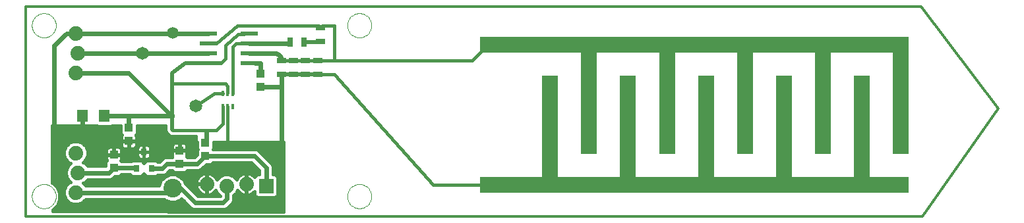
<source format=gtl>
G75*
%MOIN*%
%OFA0B0*%
%FSLAX24Y24*%
%IPPOS*%
%LPD*%
%AMOC8*
5,1,8,0,0,1.08239X$1,22.5*
%
%ADD10C,0.0120*%
%ADD11C,0.0000*%
%ADD12R,2.1654X0.0787*%
%ADD13R,0.0787X0.5118*%
%ADD14R,0.0870X0.0240*%
%ADD15R,0.0315X0.0354*%
%ADD16R,0.0394X0.0433*%
%ADD17R,0.0551X0.0630*%
%ADD18C,0.0594*%
%ADD19C,0.0945*%
%ADD20C,0.0740*%
%ADD21R,0.0157X0.0276*%
%ADD22R,0.0315X0.0472*%
%ADD23R,0.0472X0.0315*%
%ADD24R,0.0740X0.0740*%
%ADD25C,0.0160*%
%ADD26C,0.0240*%
%ADD27C,0.0197*%
%ADD28C,0.0157*%
%ADD29C,0.0236*%
%ADD30C,0.0650*%
D10*
X000168Y000200D02*
X015869Y000184D01*
X045451Y000180D01*
X045487Y000187D02*
X049332Y005642D01*
X045421Y010802D01*
X045417Y010819D02*
X000191Y010822D01*
X000171Y010817D02*
X000160Y000212D01*
D11*
X000479Y001204D02*
X000481Y001253D01*
X000487Y001302D01*
X000497Y001350D01*
X000510Y001397D01*
X000528Y001443D01*
X000549Y001487D01*
X000573Y001530D01*
X000601Y001570D01*
X000632Y001609D01*
X000666Y001644D01*
X000703Y001677D01*
X000742Y001706D01*
X000784Y001732D01*
X000827Y001755D01*
X000873Y001774D01*
X000919Y001790D01*
X000967Y001802D01*
X001015Y001810D01*
X001064Y001814D01*
X001114Y001814D01*
X001163Y001810D01*
X001211Y001802D01*
X001259Y001790D01*
X001305Y001774D01*
X001351Y001755D01*
X001394Y001732D01*
X001436Y001706D01*
X001475Y001677D01*
X001512Y001644D01*
X001546Y001609D01*
X001577Y001570D01*
X001605Y001530D01*
X001629Y001487D01*
X001650Y001443D01*
X001668Y001397D01*
X001681Y001350D01*
X001691Y001302D01*
X001697Y001253D01*
X001699Y001204D01*
X001697Y001155D01*
X001691Y001106D01*
X001681Y001058D01*
X001668Y001011D01*
X001650Y000965D01*
X001629Y000921D01*
X001605Y000878D01*
X001577Y000838D01*
X001546Y000799D01*
X001512Y000764D01*
X001475Y000731D01*
X001436Y000702D01*
X001394Y000676D01*
X001351Y000653D01*
X001305Y000634D01*
X001259Y000618D01*
X001211Y000606D01*
X001163Y000598D01*
X001114Y000594D01*
X001064Y000594D01*
X001015Y000598D01*
X000967Y000606D01*
X000919Y000618D01*
X000873Y000634D01*
X000827Y000653D01*
X000784Y000676D01*
X000742Y000702D01*
X000703Y000731D01*
X000666Y000764D01*
X000632Y000799D01*
X000601Y000838D01*
X000573Y000878D01*
X000549Y000921D01*
X000528Y000965D01*
X000510Y001011D01*
X000497Y001058D01*
X000487Y001106D01*
X000481Y001155D01*
X000479Y001204D01*
X016424Y001204D02*
X016426Y001253D01*
X016432Y001302D01*
X016442Y001350D01*
X016455Y001397D01*
X016473Y001443D01*
X016494Y001487D01*
X016518Y001530D01*
X016546Y001570D01*
X016577Y001609D01*
X016611Y001644D01*
X016648Y001677D01*
X016687Y001706D01*
X016729Y001732D01*
X016772Y001755D01*
X016818Y001774D01*
X016864Y001790D01*
X016912Y001802D01*
X016960Y001810D01*
X017009Y001814D01*
X017059Y001814D01*
X017108Y001810D01*
X017156Y001802D01*
X017204Y001790D01*
X017250Y001774D01*
X017296Y001755D01*
X017339Y001732D01*
X017381Y001706D01*
X017420Y001677D01*
X017457Y001644D01*
X017491Y001609D01*
X017522Y001570D01*
X017550Y001530D01*
X017574Y001487D01*
X017595Y001443D01*
X017613Y001397D01*
X017626Y001350D01*
X017636Y001302D01*
X017642Y001253D01*
X017644Y001204D01*
X017642Y001155D01*
X017636Y001106D01*
X017626Y001058D01*
X017613Y001011D01*
X017595Y000965D01*
X017574Y000921D01*
X017550Y000878D01*
X017522Y000838D01*
X017491Y000799D01*
X017457Y000764D01*
X017420Y000731D01*
X017381Y000702D01*
X017339Y000676D01*
X017296Y000653D01*
X017250Y000634D01*
X017204Y000618D01*
X017156Y000606D01*
X017108Y000598D01*
X017059Y000594D01*
X017009Y000594D01*
X016960Y000598D01*
X016912Y000606D01*
X016864Y000618D01*
X016818Y000634D01*
X016772Y000653D01*
X016729Y000676D01*
X016687Y000702D01*
X016648Y000731D01*
X016611Y000764D01*
X016577Y000799D01*
X016546Y000838D01*
X016518Y000878D01*
X016494Y000921D01*
X016473Y000965D01*
X016455Y001011D01*
X016442Y001058D01*
X016432Y001106D01*
X016426Y001155D01*
X016424Y001204D01*
X016424Y009865D02*
X016426Y009914D01*
X016432Y009963D01*
X016442Y010011D01*
X016455Y010058D01*
X016473Y010104D01*
X016494Y010148D01*
X016518Y010191D01*
X016546Y010231D01*
X016577Y010270D01*
X016611Y010305D01*
X016648Y010338D01*
X016687Y010367D01*
X016729Y010393D01*
X016772Y010416D01*
X016818Y010435D01*
X016864Y010451D01*
X016912Y010463D01*
X016960Y010471D01*
X017009Y010475D01*
X017059Y010475D01*
X017108Y010471D01*
X017156Y010463D01*
X017204Y010451D01*
X017250Y010435D01*
X017296Y010416D01*
X017339Y010393D01*
X017381Y010367D01*
X017420Y010338D01*
X017457Y010305D01*
X017491Y010270D01*
X017522Y010231D01*
X017550Y010191D01*
X017574Y010148D01*
X017595Y010104D01*
X017613Y010058D01*
X017626Y010011D01*
X017636Y009963D01*
X017642Y009914D01*
X017644Y009865D01*
X017642Y009816D01*
X017636Y009767D01*
X017626Y009719D01*
X017613Y009672D01*
X017595Y009626D01*
X017574Y009582D01*
X017550Y009539D01*
X017522Y009499D01*
X017491Y009460D01*
X017457Y009425D01*
X017420Y009392D01*
X017381Y009363D01*
X017339Y009337D01*
X017296Y009314D01*
X017250Y009295D01*
X017204Y009279D01*
X017156Y009267D01*
X017108Y009259D01*
X017059Y009255D01*
X017009Y009255D01*
X016960Y009259D01*
X016912Y009267D01*
X016864Y009279D01*
X016818Y009295D01*
X016772Y009314D01*
X016729Y009337D01*
X016687Y009363D01*
X016648Y009392D01*
X016611Y009425D01*
X016577Y009460D01*
X016546Y009499D01*
X016518Y009539D01*
X016494Y009582D01*
X016473Y009626D01*
X016455Y009672D01*
X016442Y009719D01*
X016432Y009767D01*
X016426Y009816D01*
X016424Y009865D01*
X000479Y009865D02*
X000481Y009914D01*
X000487Y009963D01*
X000497Y010011D01*
X000510Y010058D01*
X000528Y010104D01*
X000549Y010148D01*
X000573Y010191D01*
X000601Y010231D01*
X000632Y010270D01*
X000666Y010305D01*
X000703Y010338D01*
X000742Y010367D01*
X000784Y010393D01*
X000827Y010416D01*
X000873Y010435D01*
X000919Y010451D01*
X000967Y010463D01*
X001015Y010471D01*
X001064Y010475D01*
X001114Y010475D01*
X001163Y010471D01*
X001211Y010463D01*
X001259Y010451D01*
X001305Y010435D01*
X001351Y010416D01*
X001394Y010393D01*
X001436Y010367D01*
X001475Y010338D01*
X001512Y010305D01*
X001546Y010270D01*
X001577Y010231D01*
X001605Y010191D01*
X001629Y010148D01*
X001650Y010104D01*
X001668Y010058D01*
X001681Y010011D01*
X001691Y009963D01*
X001697Y009914D01*
X001699Y009865D01*
X001697Y009816D01*
X001691Y009767D01*
X001681Y009719D01*
X001668Y009672D01*
X001650Y009626D01*
X001629Y009582D01*
X001605Y009539D01*
X001577Y009499D01*
X001546Y009460D01*
X001512Y009425D01*
X001475Y009392D01*
X001436Y009363D01*
X001394Y009337D01*
X001351Y009314D01*
X001305Y009295D01*
X001259Y009279D01*
X001211Y009267D01*
X001163Y009259D01*
X001114Y009255D01*
X001064Y009255D01*
X001015Y009259D01*
X000967Y009267D01*
X000919Y009279D01*
X000873Y009295D01*
X000827Y009314D01*
X000784Y009337D01*
X000742Y009363D01*
X000703Y009392D01*
X000666Y009425D01*
X000632Y009460D01*
X000601Y009499D01*
X000573Y009539D01*
X000549Y009582D01*
X000528Y009626D01*
X000510Y009672D01*
X000497Y009719D01*
X000487Y009767D01*
X000481Y009816D01*
X000479Y009865D01*
D12*
X033963Y008881D03*
X033963Y001794D03*
D13*
X034554Y004747D03*
X038491Y004747D03*
X042428Y004747D03*
X044396Y005928D03*
X040459Y005928D03*
X036522Y005928D03*
X032585Y005928D03*
X028648Y005928D03*
X026680Y004747D03*
X030617Y004747D03*
D14*
X011476Y007959D03*
X011476Y008459D03*
X011476Y008959D03*
X011476Y009459D03*
X009416Y009459D03*
X009416Y008959D03*
X009416Y008459D03*
X009416Y007959D03*
D15*
X006144Y003449D03*
X005770Y002622D03*
X006518Y002622D03*
D16*
X007940Y002857D03*
X009250Y003264D03*
X007940Y003526D03*
X009250Y003933D03*
X005374Y004014D03*
X005374Y004683D03*
X004626Y003316D03*
X004626Y002647D03*
X012047Y006746D03*
X012047Y007415D03*
D17*
X004148Y005290D03*
X003045Y005290D03*
D18*
X007592Y009481D03*
D19*
X007592Y001611D03*
D20*
X009321Y001828D03*
X010321Y001728D03*
X011321Y001828D03*
X002797Y002400D03*
X002697Y001400D03*
X002697Y003400D03*
X002693Y007463D03*
X002793Y008463D03*
X002693Y009463D03*
D21*
X010125Y006412D03*
X010380Y006412D03*
X010636Y006412D03*
X010636Y005743D03*
X010380Y005743D03*
X010125Y005743D03*
D22*
X013530Y009030D03*
X014239Y009030D03*
D23*
X015066Y009038D03*
X015066Y009747D03*
X014940Y008089D03*
X014314Y008086D03*
X013699Y008089D03*
X013109Y008089D03*
X013109Y007381D03*
X013699Y007381D03*
X014314Y007377D03*
X014940Y007381D03*
D24*
X012321Y001728D03*
D25*
X012911Y001771D02*
X013215Y001771D01*
X013215Y001613D02*
X012911Y001613D01*
X012911Y001454D02*
X013215Y001454D01*
X013215Y001296D02*
X012911Y001296D01*
X012911Y001267D02*
X012911Y002190D01*
X012783Y002318D01*
X012661Y002318D01*
X012661Y002716D01*
X012610Y002841D01*
X011912Y003539D01*
X011787Y003591D01*
X009648Y003591D01*
X009640Y003599D01*
X009667Y003626D01*
X009667Y003960D01*
X013215Y003960D01*
X013215Y000427D01*
X001521Y000438D01*
X001521Y000527D01*
X001537Y000534D01*
X001759Y000756D01*
X001879Y001046D01*
X001879Y001361D01*
X001759Y001651D01*
X001537Y001874D01*
X001516Y001882D01*
X001506Y004778D01*
X003758Y004778D01*
X003781Y004755D01*
X004514Y004755D01*
X004538Y004778D01*
X004957Y004778D01*
X004957Y004376D01*
X005018Y004315D01*
X005009Y004300D01*
X004997Y004254D01*
X004997Y004032D01*
X005356Y004032D01*
X005356Y003996D01*
X005392Y003996D01*
X005392Y003617D01*
X005595Y003617D01*
X005640Y003630D01*
X005681Y003653D01*
X005715Y003687D01*
X005739Y003728D01*
X005751Y003774D01*
X005751Y003996D01*
X005392Y003996D01*
X005392Y004032D01*
X005751Y004032D01*
X005751Y004254D01*
X005739Y004300D01*
X005730Y004315D01*
X005791Y004376D01*
X005791Y004778D01*
X007247Y004778D01*
X007247Y004538D01*
X007296Y004421D01*
X007432Y004284D01*
X007549Y004236D01*
X007676Y004236D01*
X007721Y004254D01*
X008761Y004254D01*
X008766Y003960D01*
X008833Y003960D01*
X008833Y003626D01*
X008860Y003599D01*
X008833Y003572D01*
X008833Y003328D01*
X008702Y003197D01*
X008324Y003197D01*
X008296Y003226D01*
X008304Y003240D01*
X008316Y003286D01*
X008316Y003508D01*
X007958Y003508D01*
X007958Y003545D01*
X007921Y003545D01*
X007921Y003923D01*
X007719Y003923D01*
X007673Y003911D01*
X007632Y003887D01*
X007599Y003854D01*
X007575Y003812D01*
X007563Y003767D01*
X007563Y003545D01*
X007921Y003545D01*
X007921Y003508D01*
X007563Y003508D01*
X007563Y003286D01*
X007575Y003240D01*
X007583Y003226D01*
X007555Y003197D01*
X007242Y003197D01*
X007117Y003145D01*
X007021Y003050D01*
X006934Y002962D01*
X006824Y002962D01*
X006767Y003020D01*
X006270Y003020D01*
X006144Y002894D01*
X006019Y003020D01*
X005522Y003020D01*
X005489Y002987D01*
X005011Y002987D01*
X004982Y003015D01*
X004991Y003030D01*
X005003Y003076D01*
X005003Y003298D01*
X004645Y003298D01*
X004645Y003334D01*
X005003Y003334D01*
X005003Y003556D01*
X004991Y003602D01*
X004967Y003643D01*
X004934Y003677D01*
X004893Y003700D01*
X004847Y003713D01*
X004645Y003713D01*
X004645Y003334D01*
X004608Y003334D01*
X004608Y003298D01*
X004250Y003298D01*
X004250Y003076D01*
X004262Y003030D01*
X004270Y003015D01*
X004210Y002954D01*
X004210Y002740D01*
X003291Y002740D01*
X003131Y002901D01*
X003060Y002930D01*
X003197Y003066D01*
X003287Y003283D01*
X003287Y003518D01*
X003197Y003735D01*
X003031Y003901D01*
X002814Y003990D01*
X002579Y003990D01*
X002362Y003901D01*
X002196Y003735D01*
X002107Y003518D01*
X002107Y003283D01*
X002196Y003066D01*
X002362Y002900D01*
X002433Y002871D01*
X002296Y002735D01*
X002207Y002518D01*
X002207Y002283D01*
X002296Y002066D01*
X002433Y001930D01*
X002362Y001901D01*
X002196Y001735D01*
X002107Y001518D01*
X002107Y001283D01*
X002196Y001066D01*
X002362Y000900D01*
X002579Y000810D01*
X002814Y000810D01*
X003031Y000900D01*
X003191Y001060D01*
X007163Y001060D01*
X007200Y001024D01*
X007455Y000918D01*
X007730Y000918D01*
X007984Y001024D01*
X008048Y001087D01*
X008439Y000696D01*
X008534Y000600D01*
X008659Y000549D01*
X010212Y000549D01*
X010337Y000600D01*
X010534Y000797D01*
X010629Y000893D01*
X010681Y001018D01*
X010681Y001254D01*
X010822Y001394D01*
X010871Y001513D01*
X010902Y001470D01*
X010963Y001409D01*
X011033Y001358D01*
X011110Y001319D01*
X011193Y001292D01*
X011278Y001278D01*
X011301Y001278D01*
X011301Y001808D01*
X011341Y001808D01*
X011341Y001278D01*
X011365Y001278D01*
X011450Y001292D01*
X011533Y001319D01*
X011610Y001358D01*
X011680Y001409D01*
X011731Y001461D01*
X011731Y001267D01*
X011860Y001138D01*
X012783Y001138D01*
X012911Y001267D01*
X013215Y001137D02*
X010681Y001137D01*
X010665Y000979D02*
X013215Y000979D01*
X013215Y000820D02*
X010557Y000820D01*
X010398Y000662D02*
X013215Y000662D01*
X013215Y000503D02*
X001521Y000503D01*
X001665Y000662D02*
X008473Y000662D01*
X008315Y000820D02*
X002837Y000820D01*
X002556Y000820D02*
X001786Y000820D01*
X001851Y000979D02*
X002284Y000979D01*
X002167Y001137D02*
X001879Y001137D01*
X001879Y001296D02*
X002107Y001296D01*
X002107Y001454D02*
X001841Y001454D01*
X001775Y001613D02*
X002146Y001613D01*
X002233Y001771D02*
X001639Y001771D01*
X001516Y001930D02*
X002432Y001930D01*
X002287Y002088D02*
X001516Y002088D01*
X001515Y002247D02*
X002222Y002247D01*
X002207Y002405D02*
X001515Y002405D01*
X001514Y002564D02*
X002226Y002564D01*
X002291Y002722D02*
X001514Y002722D01*
X001513Y002881D02*
X002410Y002881D01*
X002224Y003039D02*
X001512Y003039D01*
X001512Y003198D02*
X002142Y003198D01*
X002107Y003356D02*
X001511Y003356D01*
X001511Y003515D02*
X002107Y003515D01*
X002171Y003673D02*
X001510Y003673D01*
X001510Y003832D02*
X002293Y003832D01*
X002578Y003990D02*
X001509Y003990D01*
X001509Y004149D02*
X004997Y004149D01*
X004997Y003996D02*
X004997Y003774D01*
X005009Y003728D01*
X005033Y003687D01*
X005067Y003653D01*
X005108Y003630D01*
X005154Y003617D01*
X005356Y003617D01*
X005356Y003996D01*
X004997Y003996D01*
X004997Y003990D02*
X002815Y003990D01*
X003100Y003832D02*
X004997Y003832D01*
X005047Y003673D02*
X004937Y003673D01*
X005003Y003515D02*
X005807Y003515D01*
X005807Y003449D02*
X006144Y003449D01*
X006144Y003449D01*
X006144Y003092D01*
X005963Y003092D01*
X005917Y003104D01*
X005876Y003128D01*
X005843Y003162D01*
X005819Y003203D01*
X005807Y003248D01*
X005807Y003449D01*
X006144Y003449D01*
X006144Y003449D01*
X006144Y003092D01*
X006325Y003092D01*
X006371Y003104D01*
X006412Y003128D01*
X006446Y003162D01*
X006469Y003203D01*
X006482Y003248D01*
X006482Y003449D01*
X006144Y003449D01*
X006144Y003449D01*
X006144Y003806D01*
X005963Y003806D01*
X005917Y003794D01*
X005876Y003770D01*
X005843Y003737D01*
X005819Y003696D01*
X005807Y003650D01*
X005807Y003449D01*
X005807Y003356D02*
X005003Y003356D01*
X005003Y003198D02*
X005822Y003198D01*
X006144Y003198D02*
X006144Y003198D01*
X006144Y003356D02*
X006144Y003356D01*
X006144Y003449D02*
X006482Y003449D01*
X006482Y003650D01*
X006469Y003696D01*
X006446Y003737D01*
X006412Y003770D01*
X006371Y003794D01*
X006325Y003806D01*
X006144Y003806D01*
X006144Y003449D01*
X006144Y003449D01*
X006144Y003515D02*
X006144Y003515D01*
X006144Y003673D02*
X006144Y003673D01*
X005813Y003673D02*
X005701Y003673D01*
X005751Y003832D02*
X007586Y003832D01*
X007563Y003673D02*
X006475Y003673D01*
X006482Y003515D02*
X007921Y003515D01*
X007958Y003515D02*
X008833Y003515D01*
X008833Y003673D02*
X008316Y003673D01*
X008316Y003767D02*
X008316Y003545D01*
X007958Y003545D01*
X007958Y003923D01*
X008160Y003923D01*
X008206Y003911D01*
X008247Y003887D01*
X008280Y003854D01*
X008304Y003812D01*
X008316Y003767D01*
X008293Y003832D02*
X008833Y003832D01*
X008766Y003990D02*
X005751Y003990D01*
X005392Y003990D02*
X005356Y003990D01*
X005356Y003832D02*
X005392Y003832D01*
X005392Y003673D02*
X005356Y003673D01*
X004645Y003673D02*
X004608Y003673D01*
X004608Y003713D02*
X004406Y003713D01*
X004360Y003700D01*
X004319Y003677D01*
X004285Y003643D01*
X004262Y003602D01*
X004250Y003556D01*
X004250Y003334D01*
X004608Y003334D01*
X004608Y003713D01*
X004608Y003515D02*
X004645Y003515D01*
X004645Y003356D02*
X004608Y003356D01*
X004250Y003356D02*
X003287Y003356D01*
X003287Y003515D02*
X004250Y003515D01*
X004316Y003673D02*
X003222Y003673D01*
X003251Y003198D02*
X004250Y003198D01*
X004259Y003039D02*
X003170Y003039D01*
X003151Y002881D02*
X004210Y002881D01*
X004993Y003039D02*
X007011Y003039D01*
X006467Y003198D02*
X007555Y003198D01*
X007563Y003356D02*
X006482Y003356D01*
X007921Y003673D02*
X007958Y003673D01*
X007958Y003832D02*
X007921Y003832D01*
X008316Y003356D02*
X008833Y003356D01*
X008703Y003198D02*
X008324Y003198D01*
X009036Y002569D02*
X009294Y002827D01*
X009538Y002827D01*
X009622Y002911D01*
X011578Y002911D01*
X011981Y002508D01*
X011981Y002318D01*
X011860Y002318D01*
X011735Y002193D01*
X011680Y002248D01*
X011610Y002299D01*
X011533Y002338D01*
X011450Y002365D01*
X011365Y002378D01*
X011341Y002378D01*
X011341Y001848D01*
X011301Y001848D01*
X011301Y002378D01*
X011278Y002378D01*
X011193Y002365D01*
X011110Y002338D01*
X011033Y002299D01*
X010963Y002248D01*
X010902Y002187D01*
X010851Y002117D01*
X010822Y002061D01*
X010822Y002063D01*
X010656Y002229D01*
X010439Y002318D01*
X010204Y002318D01*
X009987Y002229D01*
X009821Y002063D01*
X009820Y002061D01*
X009792Y002117D01*
X009741Y002187D01*
X009680Y002248D01*
X009610Y002299D01*
X009533Y002338D01*
X009450Y002365D01*
X009365Y002378D01*
X009341Y002378D01*
X009341Y001848D01*
X009301Y001848D01*
X009301Y001808D01*
X009341Y001808D01*
X009341Y001278D01*
X009365Y001278D01*
X009450Y001292D01*
X009533Y001319D01*
X009610Y001358D01*
X009680Y001409D01*
X009741Y001470D01*
X009772Y001513D01*
X009821Y001394D01*
X009987Y001229D01*
X008868Y001229D01*
X008240Y001857D01*
X008179Y002003D01*
X007984Y002198D01*
X007730Y002303D01*
X007455Y002303D01*
X007200Y002198D01*
X007005Y002003D01*
X006900Y001748D01*
X006900Y001740D01*
X003191Y001740D01*
X003060Y001871D01*
X003131Y001900D01*
X003291Y002060D01*
X004448Y002060D01*
X004573Y002112D01*
X004671Y002210D01*
X004914Y002210D01*
X005011Y002307D01*
X005440Y002307D01*
X005522Y002225D01*
X006019Y002225D01*
X006144Y002351D01*
X006270Y002225D01*
X006767Y002225D01*
X006824Y002282D01*
X007143Y002282D01*
X007267Y002334D01*
X007450Y002517D01*
X007555Y002517D01*
X007652Y002421D01*
X008228Y002421D01*
X008324Y002517D01*
X008911Y002517D01*
X009036Y002569D01*
X009023Y002564D02*
X011925Y002564D01*
X011981Y002405D02*
X007338Y002405D01*
X007318Y002247D02*
X006788Y002247D01*
X007090Y002088D02*
X004514Y002088D01*
X004951Y002247D02*
X005500Y002247D01*
X006040Y002247D02*
X006248Y002247D01*
X006975Y001930D02*
X003160Y001930D01*
X003160Y001771D02*
X006909Y001771D01*
X008094Y002088D02*
X008836Y002088D01*
X008851Y002117D02*
X008812Y002040D01*
X008785Y001957D01*
X008771Y001872D01*
X008771Y001848D01*
X009301Y001848D01*
X009301Y002378D01*
X009278Y002378D01*
X009193Y002365D01*
X009110Y002338D01*
X009033Y002299D01*
X008963Y002248D01*
X008902Y002187D01*
X008851Y002117D01*
X008962Y002247D02*
X007866Y002247D01*
X008210Y001930D02*
X008781Y001930D01*
X008771Y001808D02*
X008771Y001785D01*
X008785Y001700D01*
X008812Y001617D01*
X008851Y001540D01*
X008902Y001470D01*
X008963Y001409D01*
X009033Y001358D01*
X009110Y001319D01*
X009193Y001292D01*
X009278Y001278D01*
X009301Y001278D01*
X009301Y001808D01*
X008771Y001808D01*
X008774Y001771D02*
X008325Y001771D01*
X008484Y001613D02*
X008814Y001613D01*
X008918Y001454D02*
X008642Y001454D01*
X008801Y001296D02*
X009181Y001296D01*
X009301Y001296D02*
X009341Y001296D01*
X009461Y001296D02*
X009920Y001296D01*
X009796Y001454D02*
X009725Y001454D01*
X009341Y001454D02*
X009301Y001454D01*
X009301Y001613D02*
X009341Y001613D01*
X009341Y001771D02*
X009301Y001771D01*
X009301Y001930D02*
X009341Y001930D01*
X009341Y002088D02*
X009301Y002088D01*
X009301Y002247D02*
X009341Y002247D01*
X009681Y002247D02*
X010031Y002247D01*
X009847Y002088D02*
X009806Y002088D01*
X010612Y002247D02*
X010962Y002247D01*
X010836Y002088D02*
X010796Y002088D01*
X011301Y002088D02*
X011341Y002088D01*
X011341Y001930D02*
X011301Y001930D01*
X011301Y001771D02*
X011341Y001771D01*
X011341Y001613D02*
X011301Y001613D01*
X011301Y001454D02*
X011341Y001454D01*
X011341Y001296D02*
X011301Y001296D01*
X011181Y001296D02*
X010723Y001296D01*
X010846Y001454D02*
X010918Y001454D01*
X011461Y001296D02*
X011731Y001296D01*
X011725Y001454D02*
X011731Y001454D01*
X012911Y001930D02*
X013215Y001930D01*
X013215Y002088D02*
X012911Y002088D01*
X012854Y002247D02*
X013215Y002247D01*
X013215Y002405D02*
X012661Y002405D01*
X012661Y002564D02*
X013215Y002564D01*
X013215Y002722D02*
X012659Y002722D01*
X012570Y002881D02*
X013215Y002881D01*
X013215Y003039D02*
X012412Y003039D01*
X012253Y003198D02*
X013215Y003198D01*
X013215Y003356D02*
X012095Y003356D01*
X011936Y003515D02*
X013215Y003515D01*
X013215Y003673D02*
X009667Y003673D01*
X009667Y003832D02*
X013215Y003832D01*
X010380Y003920D02*
X010380Y005743D01*
X010125Y005743D02*
X010125Y004869D01*
X009810Y004554D01*
X009278Y004554D01*
X009317Y004515D01*
X009278Y004554D02*
X007613Y004554D01*
X007277Y004466D02*
X005791Y004466D01*
X005791Y004624D02*
X007247Y004624D01*
X007409Y004307D02*
X005735Y004307D01*
X005751Y004149D02*
X008763Y004149D01*
X005014Y004307D02*
X001508Y004307D01*
X001508Y004466D02*
X004957Y004466D01*
X004957Y004624D02*
X001507Y004624D01*
X007497Y005290D02*
X007516Y005272D01*
X010380Y006440D02*
X010380Y006794D01*
X010270Y006904D01*
X007558Y006904D01*
X007558Y006908D01*
X010636Y006412D02*
X010636Y008782D01*
X010813Y008959D01*
X011476Y008959D01*
X011476Y009459D02*
X011203Y009447D01*
X010891Y009415D02*
X010258Y008864D01*
X010258Y008187D01*
X010030Y007959D01*
X009416Y007959D01*
X011476Y007959D02*
X011771Y007959D01*
X013109Y008089D02*
X013699Y008089D01*
X014314Y008089D01*
X014314Y008086D01*
X014314Y008093D01*
X014101Y008093D01*
X014314Y008093D02*
X014940Y008093D01*
X014940Y008089D01*
X015774Y008089D01*
X015774Y009865D01*
X015184Y009865D01*
X015066Y009747D01*
X014955Y009857D01*
X013096Y009857D01*
X012978Y009861D01*
X013096Y009857D02*
X010854Y009857D01*
X009796Y008949D01*
X009416Y008959D01*
X009396Y008949D01*
X009446Y008949D01*
X007614Y009459D02*
X007592Y009481D01*
X002698Y009459D02*
X002693Y009459D01*
X002693Y009463D01*
X002742Y008463D02*
X002793Y008463D01*
X013109Y007381D02*
X014081Y007381D01*
X014593Y007385D02*
X014908Y007385D01*
X015774Y007385D01*
X020774Y001794D01*
X023333Y001794D01*
X011788Y002247D02*
X011681Y002247D01*
X011341Y002247D02*
X011301Y002247D01*
X011767Y002722D02*
X009189Y002722D01*
X009591Y002881D02*
X011608Y002881D01*
X008156Y000979D02*
X007876Y000979D01*
X007309Y000979D02*
X003109Y000979D01*
X014908Y007385D02*
X014912Y007381D01*
X014940Y007381D01*
X015066Y008093D02*
X022743Y008093D01*
X023333Y008684D01*
D26*
X013530Y008959D02*
X013530Y009030D01*
X013530Y008959D02*
X011476Y008959D01*
X011476Y008459D02*
X012740Y008459D01*
X012047Y007959D02*
X011771Y007959D01*
X012047Y007959D02*
X012047Y007415D01*
X013109Y007381D02*
X013110Y006597D01*
X013110Y006746D01*
X012047Y006746D01*
X013110Y006597D02*
X013113Y003908D01*
X012321Y002649D02*
X011719Y003251D01*
X009263Y003251D01*
X009250Y003264D01*
X008843Y002857D01*
X007940Y002857D01*
X007310Y002857D01*
X007075Y002622D01*
X006518Y002622D01*
X005770Y002647D02*
X005770Y002622D01*
X005770Y002647D02*
X004626Y002647D01*
X004380Y002400D01*
X002797Y002400D01*
X002697Y001400D02*
X007382Y001400D01*
X007592Y001611D01*
X008005Y001611D01*
X008727Y000889D01*
X010144Y000889D01*
X010341Y001086D01*
X010341Y001709D01*
X010321Y001728D01*
X012321Y001728D02*
X012321Y002649D01*
X009317Y003933D02*
X009250Y003933D01*
X009317Y004001D01*
X009317Y004515D01*
X007566Y005259D02*
X007546Y005278D01*
X007566Y005278D01*
X007546Y005259D01*
X007546Y005278D02*
X005361Y007463D01*
X002693Y007463D01*
X002793Y008459D02*
X002793Y008463D01*
X002793Y008459D02*
X006083Y008459D01*
X009416Y008459D01*
X009414Y008458D01*
X009411Y008457D01*
X009416Y009459D02*
X007614Y009459D01*
X002698Y009459D01*
X002218Y009459D01*
X001601Y008841D01*
X001601Y004156D01*
X002979Y004511D02*
X003045Y004577D01*
X003045Y005290D01*
X004148Y005290D02*
X005420Y005290D01*
X005374Y005244D01*
X005374Y004683D01*
X005420Y005290D02*
X007497Y005290D01*
X007516Y005272D02*
X007566Y005322D01*
X007566Y005278D01*
X007592Y001611D02*
X007592Y001597D01*
D27*
X007613Y004554D02*
X007566Y004601D01*
X007566Y005259D01*
X007566Y005322D02*
X007566Y007456D01*
X008218Y007951D01*
X010030Y007959D01*
X013109Y007381D02*
X013699Y007381D01*
X014081Y007381D01*
X014314Y007381D01*
X014314Y007377D01*
X014940Y007377D01*
X014940Y007381D01*
X015066Y009030D02*
X014239Y009030D01*
X015066Y009030D02*
X015066Y009038D01*
D28*
X011203Y009415D02*
X011203Y009447D01*
X011203Y009415D02*
X010891Y009415D01*
X010125Y006412D02*
X009703Y006412D01*
X008770Y005782D01*
D29*
X012740Y008458D02*
X012776Y008456D01*
X012812Y008451D01*
X012847Y008442D01*
X012881Y008430D01*
X012914Y008414D01*
X012945Y008396D01*
X012974Y008374D01*
X013001Y008350D01*
X013025Y008323D01*
X013047Y008294D01*
X013065Y008263D01*
X013081Y008230D01*
X013093Y008196D01*
X013102Y008161D01*
X013107Y008125D01*
X013109Y008089D01*
D30*
X006083Y008459D03*
X008770Y005782D03*
M02*

</source>
